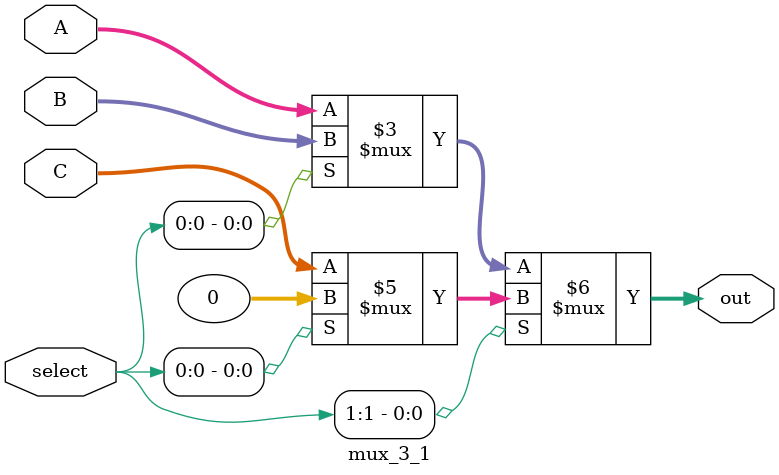
<source format=v>
`timescale 1ns / 1ps


module mux_3_1(A, B, C, select, out);

    input [31:0] A;          //input A (32-bit)
    input [31:0] B;          //input B (32-bit)
    input [31:0] C;          //input C (32-bit)
    input [1:0] select;      //select pin

    output wire [31:0] out;  //output out (32-bit)

    //                                                  00  01                       10  11
    assign out = (select[1] == 0) ? ((select[0] == 0) ? A : B) : ((select[0] == 0) ? C : 0);

endmodule
</source>
